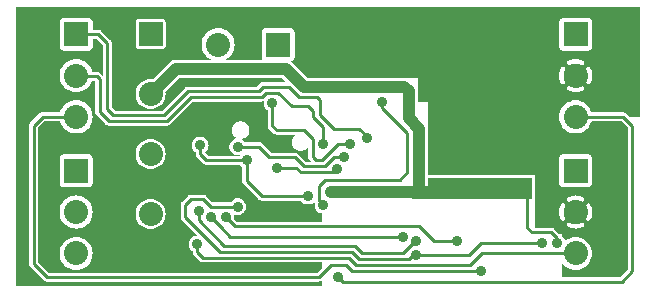
<source format=gbr>
G04 start of page 3 for group 1 idx 1 *
G04 Title: (unknown), solder *
G04 Creator: pcb 20110918 *
G04 CreationDate: Sun 01 Jun 2014 04:29:41 PM GMT UTC *
G04 For: ndholmes *
G04 Format: Gerber/RS-274X *
G04 PCB-Dimensions: 210000 95000 *
G04 PCB-Coordinate-Origin: lower left *
%MOIN*%
%FSLAX25Y25*%
%LNBOTTOM*%
%ADD41C,0.0390*%
%ADD40C,0.0480*%
%ADD39C,0.0270*%
%ADD38C,0.0472*%
%ADD37C,0.0200*%
%ADD36C,0.0360*%
%ADD35C,0.0800*%
%ADD34C,0.0400*%
%ADD33C,0.0100*%
%ADD32C,0.0001*%
G54D32*G36*
X46000Y94000D02*X138000D01*
Y70500D01*
X130618D01*
X130500Y70509D01*
X130382Y70500D01*
X98243D01*
X93204Y75538D01*
X93128Y75628D01*
X92769Y75935D01*
X92640Y76014D01*
X92735Y76014D01*
X92965Y76069D01*
X93183Y76159D01*
X93384Y76283D01*
X93564Y76436D01*
X93717Y76616D01*
X93841Y76817D01*
X93931Y77035D01*
X93986Y77265D01*
X94000Y77500D01*
X93986Y85735D01*
X93931Y85965D01*
X93841Y86183D01*
X93717Y86384D01*
X93564Y86564D01*
X93384Y86717D01*
X93183Y86841D01*
X92965Y86931D01*
X92735Y86986D01*
X92500Y87000D01*
X84265Y86986D01*
X84035Y86931D01*
X83817Y86841D01*
X83616Y86717D01*
X83436Y86564D01*
X83283Y86384D01*
X83159Y86183D01*
X83069Y85965D01*
X83014Y85735D01*
X83000Y85500D01*
X83014Y77265D01*
X83069Y77035D01*
X83159Y76817D01*
X83283Y76616D01*
X83381Y76500D01*
X70801D01*
X71005Y76584D01*
X71743Y77037D01*
X72401Y77599D01*
X72963Y78257D01*
X73416Y78995D01*
X73747Y79795D01*
X73949Y80637D01*
X74000Y81500D01*
X73949Y82363D01*
X73747Y83205D01*
X73416Y84005D01*
X72963Y84743D01*
X72401Y85401D01*
X71743Y85963D01*
X71005Y86416D01*
X70205Y86747D01*
X69363Y86949D01*
X68500Y87017D01*
X67637Y86949D01*
X66795Y86747D01*
X65995Y86416D01*
X65257Y85963D01*
X64599Y85401D01*
X64037Y84743D01*
X63584Y84005D01*
X63253Y83205D01*
X63051Y82363D01*
X62983Y81500D01*
X63051Y80637D01*
X63253Y79795D01*
X63584Y78995D01*
X64037Y78257D01*
X64599Y77599D01*
X65257Y77037D01*
X65995Y76584D01*
X66199Y76500D01*
X54618D01*
X54500Y76509D01*
X54029Y76472D01*
X53570Y76362D01*
X53134Y76181D01*
X52731Y75935D01*
X52731Y75934D01*
X52372Y75628D01*
X52296Y75538D01*
X47257Y70500D01*
X46000D01*
Y80005D01*
X50157Y80009D01*
X50310Y80046D01*
X50455Y80106D01*
X50590Y80188D01*
X50709Y80291D01*
X50812Y80410D01*
X50894Y80545D01*
X50954Y80690D01*
X50991Y80843D01*
X51000Y81000D01*
X50991Y89157D01*
X50954Y89310D01*
X50894Y89455D01*
X50812Y89590D01*
X50709Y89709D01*
X50590Y89812D01*
X50455Y89894D01*
X50310Y89954D01*
X50157Y89991D01*
X50000Y90000D01*
X46000Y89995D01*
Y94000D01*
G37*
G36*
X33000D02*X46000D01*
Y89995D01*
X41843Y89991D01*
X41690Y89954D01*
X41545Y89894D01*
X41410Y89812D01*
X41291Y89709D01*
X41188Y89590D01*
X41106Y89455D01*
X41046Y89310D01*
X41009Y89157D01*
X41000Y89000D01*
X41009Y80843D01*
X41046Y80690D01*
X41106Y80545D01*
X41188Y80410D01*
X41291Y80291D01*
X41410Y80188D01*
X41545Y80106D01*
X41690Y80046D01*
X41843Y80009D01*
X42000Y80000D01*
X46000Y80005D01*
Y70500D01*
X33000D01*
Y81941D01*
X33005Y82000D01*
X33000Y82059D01*
Y94000D01*
G37*
G36*
X21173Y79452D02*X25408Y79459D01*
X25638Y79514D01*
X25856Y79604D01*
X26057Y79728D01*
X26237Y79881D01*
X26390Y80061D01*
X26514Y80262D01*
X26604Y80480D01*
X26659Y80710D01*
X26673Y80945D01*
X26669Y83500D01*
X27879D01*
X30000Y81379D01*
Y71121D01*
X29102Y72019D01*
X29064Y72064D01*
X28884Y72217D01*
X28683Y72341D01*
X28465Y72431D01*
X28235Y72486D01*
X28000Y72505D01*
X27941Y72500D01*
X26509D01*
X26420Y72870D01*
X26089Y73670D01*
X25636Y74408D01*
X25074Y75066D01*
X24416Y75628D01*
X23678Y76081D01*
X22878Y76412D01*
X22036Y76614D01*
X21173Y76682D01*
Y79452D01*
G37*
G36*
X46000Y59985D02*X46785Y60046D01*
X47550Y60230D01*
X48277Y60531D01*
X48948Y60942D01*
X49546Y61454D01*
X50058Y62052D01*
X50469Y62723D01*
X50770Y63450D01*
X50954Y64215D01*
X51000Y65000D01*
X50958Y65715D01*
X55743Y70500D01*
X89757D01*
X91257Y69000D01*
X83559D01*
X83500Y69005D01*
X83265Y68986D01*
X83035Y68931D01*
X82817Y68841D01*
X82616Y68717D01*
X82615Y68717D01*
X82436Y68564D01*
X82398Y68519D01*
X81379Y67500D01*
X58559D01*
X58500Y67505D01*
X58265Y67486D01*
X58035Y67431D01*
X57817Y67341D01*
X57616Y67217D01*
X57615Y67217D01*
X57436Y67064D01*
X57398Y67019D01*
X49879Y59500D01*
X46000D01*
Y59985D01*
G37*
G36*
Y94000D02*X103000D01*
Y70500D01*
X98243D01*
X93204Y75538D01*
X93128Y75628D01*
X92769Y75935D01*
X92640Y76014D01*
X92735Y76014D01*
X92965Y76069D01*
X93183Y76159D01*
X93384Y76283D01*
X93564Y76436D01*
X93717Y76616D01*
X93841Y76817D01*
X93931Y77035D01*
X93986Y77265D01*
X94000Y77500D01*
X93986Y85735D01*
X93931Y85965D01*
X93841Y86183D01*
X93717Y86384D01*
X93564Y86564D01*
X93384Y86717D01*
X93183Y86841D01*
X92965Y86931D01*
X92735Y86986D01*
X92500Y87000D01*
X84265Y86986D01*
X84035Y86931D01*
X83817Y86841D01*
X83616Y86717D01*
X83436Y86564D01*
X83283Y86384D01*
X83159Y86183D01*
X83069Y85965D01*
X83014Y85735D01*
X83000Y85500D01*
X83014Y77265D01*
X83069Y77035D01*
X83159Y76817D01*
X83283Y76616D01*
X83381Y76500D01*
X70801D01*
X71005Y76584D01*
X71743Y77037D01*
X72401Y77599D01*
X72963Y78257D01*
X73416Y78995D01*
X73747Y79795D01*
X73949Y80637D01*
X74000Y81500D01*
X73949Y82363D01*
X73747Y83205D01*
X73416Y84005D01*
X72963Y84743D01*
X72401Y85401D01*
X71743Y85963D01*
X71005Y86416D01*
X70205Y86747D01*
X69363Y86949D01*
X68500Y87017D01*
X67637Y86949D01*
X66795Y86747D01*
X65995Y86416D01*
X65257Y85963D01*
X64599Y85401D01*
X64037Y84743D01*
X63584Y84005D01*
X63253Y83205D01*
X63051Y82363D01*
X62983Y81500D01*
X63051Y80637D01*
X63253Y79795D01*
X63584Y78995D01*
X64037Y78257D01*
X64599Y77599D01*
X65257Y77037D01*
X65995Y76584D01*
X66199Y76500D01*
X54618D01*
X54500Y76509D01*
X54029Y76472D01*
X53570Y76362D01*
X53134Y76181D01*
X52731Y75935D01*
X52731Y75934D01*
X52372Y75628D01*
X52296Y75538D01*
X46716Y69959D01*
X46000Y70015D01*
Y80005D01*
X50157Y80009D01*
X50310Y80046D01*
X50455Y80106D01*
X50590Y80188D01*
X50709Y80291D01*
X50812Y80410D01*
X50894Y80545D01*
X50954Y80690D01*
X50991Y80843D01*
X51000Y81000D01*
X50991Y89157D01*
X50954Y89310D01*
X50894Y89455D01*
X50812Y89590D01*
X50709Y89709D01*
X50590Y89812D01*
X50455Y89894D01*
X50310Y89954D01*
X50157Y89991D01*
X50000Y90000D01*
X46000Y89995D01*
Y94000D01*
G37*
G36*
X21173D02*X46000D01*
Y89995D01*
X41843Y89991D01*
X41690Y89954D01*
X41545Y89894D01*
X41410Y89812D01*
X41291Y89709D01*
X41188Y89590D01*
X41106Y89455D01*
X41046Y89310D01*
X41009Y89157D01*
X41000Y89000D01*
X41009Y80843D01*
X41046Y80690D01*
X41106Y80545D01*
X41188Y80410D01*
X41291Y80291D01*
X41410Y80188D01*
X41545Y80106D01*
X41690Y80046D01*
X41843Y80009D01*
X42000Y80000D01*
X46000Y80005D01*
Y70015D01*
X45215Y69954D01*
X44450Y69770D01*
X43723Y69469D01*
X43052Y69058D01*
X42454Y68546D01*
X41942Y67948D01*
X41531Y67277D01*
X41230Y66550D01*
X41046Y65785D01*
X40985Y65000D01*
X41046Y64215D01*
X41230Y63450D01*
X41531Y62723D01*
X41942Y62052D01*
X42454Y61454D01*
X43052Y60942D01*
X43723Y60531D01*
X44450Y60230D01*
X45215Y60046D01*
X46000Y59985D01*
Y59500D01*
X34121D01*
X33000Y60621D01*
Y81941D01*
X33005Y82000D01*
X32986Y82235D01*
X32986Y82235D01*
X32931Y82465D01*
X32841Y82683D01*
X32717Y82884D01*
X32564Y83064D01*
X32519Y83102D01*
X29602Y86019D01*
X29564Y86064D01*
X29384Y86217D01*
X29183Y86341D01*
X28965Y86431D01*
X28735Y86486D01*
X28500Y86505D01*
X28441Y86500D01*
X26664D01*
X26659Y89180D01*
X26604Y89410D01*
X26514Y89628D01*
X26390Y89829D01*
X26237Y90009D01*
X26057Y90162D01*
X25856Y90286D01*
X25638Y90376D01*
X25408Y90431D01*
X25173Y90445D01*
X21173Y90438D01*
Y94000D01*
G37*
G36*
Y2500D02*X101941D01*
X102000Y2495D01*
X102235Y2514D01*
X102235Y2514D01*
X102465Y2569D01*
X102683Y2659D01*
X102884Y2783D01*
X103000Y2881D01*
Y1000D01*
X21173D01*
Y2500D01*
G37*
G36*
X75635Y44500D02*X65121D01*
X64000Y45621D01*
Y45635D01*
X64151Y45728D01*
X64486Y46014D01*
X64772Y46349D01*
X65003Y46725D01*
X65171Y47132D01*
X65274Y47561D01*
X65300Y48000D01*
X65274Y48439D01*
X65171Y48868D01*
X65003Y49275D01*
X64772Y49651D01*
X64486Y49986D01*
X64151Y50272D01*
X63775Y50503D01*
X63368Y50671D01*
X62939Y50774D01*
X62500Y50809D01*
X62061Y50774D01*
X61632Y50671D01*
X61225Y50503D01*
X60849Y50272D01*
X60514Y49986D01*
X60228Y49651D01*
X59997Y49275D01*
X59829Y48868D01*
X59726Y48439D01*
X59691Y48000D01*
X59726Y47561D01*
X59829Y47132D01*
X59997Y46725D01*
X60228Y46349D01*
X60514Y46014D01*
X60849Y45728D01*
X61000Y45635D01*
Y45059D01*
X60995Y45000D01*
X61014Y44765D01*
X61069Y44535D01*
X61159Y44317D01*
X61283Y44116D01*
X61436Y43936D01*
X61481Y43898D01*
X63398Y41981D01*
X63436Y41936D01*
X63615Y41783D01*
X63616Y41783D01*
X63817Y41659D01*
X64035Y41569D01*
X64265Y41514D01*
X64500Y41495D01*
X64559Y41500D01*
X75635D01*
X75728Y41349D01*
X76014Y41014D01*
X76349Y40728D01*
X76500Y40635D01*
Y36059D01*
X76495Y36000D01*
X76514Y35765D01*
X76569Y35535D01*
X76659Y35317D01*
X76783Y35116D01*
X76936Y34936D01*
X76981Y34898D01*
X81898Y29981D01*
X81936Y29936D01*
X82116Y29783D01*
X82317Y29659D01*
X82535Y29569D01*
X82765Y29514D01*
X83000Y29495D01*
X83059Y29500D01*
X96135D01*
X96228Y29349D01*
X96514Y29014D01*
X96849Y28728D01*
X97225Y28497D01*
X97632Y28329D01*
X98061Y28226D01*
X98500Y28191D01*
X98939Y28226D01*
X99368Y28329D01*
X99775Y28497D01*
X100151Y28728D01*
X100486Y29014D01*
X100555Y29094D01*
X100569Y29035D01*
X100659Y28817D01*
X100772Y28633D01*
X100726Y28439D01*
X100691Y28000D01*
X100726Y27561D01*
X100829Y27132D01*
X100997Y26725D01*
X101228Y26349D01*
X101514Y26014D01*
X101849Y25728D01*
X102225Y25497D01*
X102632Y25329D01*
X103000Y25240D01*
Y22500D01*
X80000D01*
X80000Y22500D01*
X74621D01*
X73733Y23389D01*
X73774Y23561D01*
X73800Y24000D01*
X73774Y24439D01*
X73671Y24868D01*
X73581Y25086D01*
X73725Y24997D01*
X74132Y24829D01*
X74561Y24726D01*
X75000Y24691D01*
X75439Y24726D01*
X75868Y24829D01*
X76275Y24997D01*
X76651Y25228D01*
X76986Y25514D01*
X77272Y25849D01*
X77503Y26225D01*
X77671Y26632D01*
X77774Y27061D01*
X77800Y27500D01*
X77774Y27939D01*
X77671Y28368D01*
X77503Y28775D01*
X77272Y29151D01*
X76986Y29486D01*
X76651Y29772D01*
X76275Y30003D01*
X75868Y30171D01*
X75439Y30274D01*
X75000Y30309D01*
X74561Y30274D01*
X74132Y30171D01*
X73725Y30003D01*
X73349Y29772D01*
X73014Y29486D01*
X72728Y29151D01*
X72635Y29000D01*
X66621D01*
X64602Y31019D01*
X64564Y31064D01*
X64384Y31217D01*
X64183Y31341D01*
X63965Y31431D01*
X63735Y31486D01*
X63500Y31505D01*
X63441Y31500D01*
X59559D01*
X59500Y31505D01*
X59265Y31486D01*
X59035Y31431D01*
X58817Y31341D01*
X58616Y31217D01*
X58615Y31217D01*
X58436Y31064D01*
X58398Y31019D01*
X56481Y29102D01*
X56436Y29064D01*
X56283Y28884D01*
X56159Y28683D01*
X56069Y28465D01*
X56014Y28235D01*
X56014Y28235D01*
X55995Y28000D01*
X56000Y27941D01*
Y24059D01*
X55995Y24000D01*
X56014Y23765D01*
X56069Y23535D01*
X56159Y23317D01*
X56283Y23116D01*
X56283Y23115D01*
X56436Y22936D01*
X56481Y22898D01*
X61576Y17803D01*
X61500Y17809D01*
X61061Y17774D01*
X60632Y17671D01*
X60225Y17503D01*
X59849Y17272D01*
X59514Y16986D01*
X59228Y16651D01*
X58997Y16275D01*
X58829Y15868D01*
X58726Y15439D01*
X58691Y15000D01*
X58726Y14561D01*
X58829Y14132D01*
X58997Y13725D01*
X59228Y13349D01*
X59514Y13014D01*
X59849Y12728D01*
X60000Y12635D01*
Y12559D01*
X59995Y12500D01*
X60014Y12265D01*
X60069Y12035D01*
X60159Y11817D01*
X60283Y11616D01*
X60436Y11436D01*
X60481Y11398D01*
X62398Y9481D01*
X62436Y9436D01*
X62616Y9283D01*
X62817Y9159D01*
X63035Y9069D01*
X63265Y9014D01*
X63500Y8995D01*
X63559Y9000D01*
X103000D01*
Y7121D01*
X101379Y5500D01*
X45992D01*
Y19985D01*
X46000Y19985D01*
X46785Y20046D01*
X47550Y20230D01*
X48277Y20531D01*
X48948Y20942D01*
X49546Y21454D01*
X50058Y22052D01*
X50469Y22723D01*
X50770Y23450D01*
X50954Y24215D01*
X51000Y25000D01*
X50954Y25785D01*
X50770Y26550D01*
X50469Y27277D01*
X50058Y27948D01*
X49546Y28546D01*
X48948Y29058D01*
X48277Y29469D01*
X47550Y29770D01*
X46785Y29954D01*
X46000Y30015D01*
X45992Y30015D01*
Y39985D01*
X46000Y39985D01*
X46785Y40046D01*
X47550Y40230D01*
X48277Y40531D01*
X48948Y40942D01*
X49546Y41454D01*
X50058Y42052D01*
X50469Y42723D01*
X50770Y43450D01*
X50954Y44215D01*
X51000Y45000D01*
X50954Y45785D01*
X50770Y46550D01*
X50469Y47277D01*
X50058Y47948D01*
X49546Y48546D01*
X48948Y49058D01*
X48277Y49469D01*
X47550Y49770D01*
X46785Y49954D01*
X46000Y50015D01*
X45992Y50015D01*
Y54500D01*
X51441D01*
X51500Y54495D01*
X51735Y54514D01*
X51735Y54514D01*
X51965Y54569D01*
X52183Y54659D01*
X52384Y54783D01*
X52564Y54936D01*
X52602Y54981D01*
X60121Y62500D01*
X82941D01*
X83000Y62495D01*
X83235Y62514D01*
X83235Y62514D01*
X83465Y62569D01*
X83683Y62659D01*
X83795Y62728D01*
X83726Y62439D01*
X83691Y62000D01*
X83726Y61561D01*
X83829Y61132D01*
X83997Y60725D01*
X84228Y60349D01*
X84514Y60014D01*
X84849Y59728D01*
X85000Y59635D01*
Y54559D01*
X84995Y54500D01*
X85014Y54265D01*
X85069Y54035D01*
X85159Y53817D01*
X85283Y53616D01*
X85283Y53615D01*
X85436Y53436D01*
X85481Y53398D01*
X86898Y51981D01*
X86936Y51936D01*
X87115Y51783D01*
X87116Y51783D01*
X87317Y51659D01*
X87535Y51569D01*
X87765Y51514D01*
X88000Y51495D01*
X88059Y51500D01*
X94434D01*
X94261Y51394D01*
X93908Y51092D01*
X93606Y50739D01*
X93363Y50343D01*
X93186Y49914D01*
X93077Y49463D01*
X93041Y49000D01*
X93077Y48537D01*
X93186Y48086D01*
X93363Y47657D01*
X93606Y47261D01*
X93908Y46908D01*
X94261Y46606D01*
X94657Y46363D01*
X95086Y46186D01*
X95537Y46077D01*
X96000Y46041D01*
X96463Y46077D01*
X96914Y46186D01*
X97343Y46363D01*
X97739Y46606D01*
X98092Y46908D01*
X98394Y47261D01*
X98500Y47434D01*
Y44059D01*
X98495Y44000D01*
X98514Y43765D01*
X98569Y43535D01*
X98659Y43317D01*
X98783Y43116D01*
X98936Y42936D01*
X98981Y42898D01*
X99379Y42500D01*
X97621D01*
X95102Y45019D01*
X95064Y45064D01*
X94884Y45217D01*
X94683Y45341D01*
X94465Y45431D01*
X94235Y45486D01*
X94000Y45505D01*
X93941Y45500D01*
X87000D01*
X87000Y45500D01*
X86121D01*
X83102Y48519D01*
X83064Y48564D01*
X82884Y48717D01*
X82683Y48841D01*
X82465Y48931D01*
X82235Y48986D01*
X82235Y48986D01*
X82000Y49005D01*
X81941Y49000D01*
X77365D01*
X77272Y49151D01*
X76986Y49486D01*
X76651Y49772D01*
X76275Y50003D01*
X76153Y50053D01*
X76463Y50077D01*
X76914Y50186D01*
X77343Y50363D01*
X77739Y50606D01*
X78092Y50908D01*
X78394Y51261D01*
X78637Y51657D01*
X78814Y52086D01*
X78923Y52537D01*
X78950Y53000D01*
X78923Y53463D01*
X78814Y53914D01*
X78637Y54343D01*
X78394Y54739D01*
X78092Y55092D01*
X77739Y55394D01*
X77343Y55637D01*
X76914Y55814D01*
X76463Y55923D01*
X76000Y55959D01*
X75537Y55923D01*
X75086Y55814D01*
X74657Y55637D01*
X74261Y55394D01*
X73908Y55092D01*
X73606Y54739D01*
X73363Y54343D01*
X73186Y53914D01*
X73077Y53463D01*
X73041Y53000D01*
X73077Y52537D01*
X73186Y52086D01*
X73363Y51657D01*
X73606Y51261D01*
X73908Y50908D01*
X74261Y50606D01*
X74657Y50363D01*
X74823Y50295D01*
X74561Y50274D01*
X74132Y50171D01*
X73725Y50003D01*
X73349Y49772D01*
X73014Y49486D01*
X72728Y49151D01*
X72497Y48775D01*
X72329Y48368D01*
X72226Y47939D01*
X72191Y47500D01*
X72226Y47061D01*
X72329Y46632D01*
X72497Y46225D01*
X72728Y45849D01*
X73014Y45514D01*
X73349Y45228D01*
X73725Y44997D01*
X74132Y44829D01*
X74561Y44726D01*
X75000Y44691D01*
X75439Y44726D01*
X75868Y44829D01*
X75886Y44836D01*
X75728Y44651D01*
X75635Y44500D01*
G37*
G36*
X45992Y5500D02*X21173D01*
Y6369D01*
X22036Y6437D01*
X22878Y6639D01*
X23678Y6970D01*
X24416Y7423D01*
X25074Y7985D01*
X25636Y8643D01*
X26089Y9381D01*
X26420Y10181D01*
X26622Y11023D01*
X26673Y11886D01*
X26622Y12749D01*
X26420Y13591D01*
X26089Y14391D01*
X25636Y15129D01*
X25074Y15787D01*
X24416Y16349D01*
X23678Y16802D01*
X22878Y17133D01*
X22036Y17335D01*
X21173Y17403D01*
Y20148D01*
X22036Y20216D01*
X22878Y20418D01*
X23678Y20749D01*
X24416Y21202D01*
X25074Y21764D01*
X25636Y22422D01*
X26089Y23160D01*
X26420Y23960D01*
X26622Y24802D01*
X26673Y25665D01*
X26622Y26528D01*
X26420Y27370D01*
X26089Y28170D01*
X25636Y28908D01*
X25074Y29566D01*
X24416Y30128D01*
X23678Y30581D01*
X22878Y30912D01*
X22036Y31114D01*
X21173Y31182D01*
Y33952D01*
X25408Y33959D01*
X25638Y34014D01*
X25856Y34104D01*
X26057Y34228D01*
X26237Y34381D01*
X26390Y34561D01*
X26514Y34762D01*
X26604Y34980D01*
X26659Y35210D01*
X26673Y35445D01*
X26659Y43680D01*
X26604Y43910D01*
X26514Y44128D01*
X26390Y44329D01*
X26237Y44509D01*
X26057Y44662D01*
X25856Y44786D01*
X25638Y44876D01*
X25408Y44931D01*
X25173Y44945D01*
X21173Y44938D01*
Y51869D01*
X22036Y51937D01*
X22878Y52139D01*
X23678Y52470D01*
X24416Y52923D01*
X25074Y53485D01*
X25636Y54143D01*
X26089Y54881D01*
X26420Y55681D01*
X26622Y56523D01*
X26673Y57386D01*
X26622Y58249D01*
X26420Y59091D01*
X26089Y59891D01*
X25636Y60629D01*
X25074Y61287D01*
X24416Y61849D01*
X23678Y62302D01*
X22878Y62633D01*
X22036Y62835D01*
X21173Y62903D01*
Y65648D01*
X22036Y65716D01*
X22878Y65918D01*
X23678Y66249D01*
X24416Y66702D01*
X25074Y67264D01*
X25636Y67922D01*
X26089Y68660D01*
X26420Y69460D01*
X26430Y69500D01*
X27379D01*
X27500Y69379D01*
Y59059D01*
X27495Y59000D01*
X27514Y58765D01*
X27569Y58535D01*
X27659Y58317D01*
X27783Y58116D01*
X27936Y57936D01*
X27981Y57898D01*
X30898Y54981D01*
X30936Y54936D01*
X31115Y54783D01*
X31116Y54783D01*
X31317Y54659D01*
X31535Y54569D01*
X31765Y54514D01*
X32000Y54495D01*
X32059Y54500D01*
X45992D01*
Y50015D01*
X45215Y49954D01*
X44450Y49770D01*
X43723Y49469D01*
X43052Y49058D01*
X42454Y48546D01*
X41942Y47948D01*
X41531Y47277D01*
X41230Y46550D01*
X41046Y45785D01*
X40985Y45000D01*
X41046Y44215D01*
X41230Y43450D01*
X41531Y42723D01*
X41942Y42052D01*
X42454Y41454D01*
X43052Y40942D01*
X43723Y40531D01*
X44450Y40230D01*
X45215Y40046D01*
X45992Y39985D01*
Y30015D01*
X45215Y29954D01*
X44450Y29770D01*
X43723Y29469D01*
X43052Y29058D01*
X42454Y28546D01*
X41942Y27948D01*
X41531Y27277D01*
X41230Y26550D01*
X41046Y25785D01*
X40985Y25000D01*
X41046Y24215D01*
X41230Y23450D01*
X41531Y22723D01*
X41942Y22052D01*
X42454Y21454D01*
X43052Y20942D01*
X43723Y20531D01*
X44450Y20230D01*
X45215Y20046D01*
X45992Y19985D01*
Y5500D01*
G37*
G36*
X21173Y62903D02*X20310Y62835D01*
X19468Y62633D01*
X18668Y62302D01*
X17930Y61849D01*
X17272Y61287D01*
X16710Y60629D01*
X16257Y59891D01*
X15926Y59091D01*
X15904Y59000D01*
X10059D01*
X10000Y59005D01*
X9765Y58986D01*
X9535Y58931D01*
X9317Y58841D01*
X9116Y58717D01*
X9115Y58717D01*
X8936Y58564D01*
X8898Y58519D01*
X5981Y55602D01*
X5936Y55564D01*
X5783Y55384D01*
X5659Y55183D01*
X5569Y54965D01*
X5514Y54735D01*
X5514Y54735D01*
X5495Y54500D01*
X5500Y54441D01*
Y8559D01*
X5495Y8500D01*
X5514Y8265D01*
X5569Y8035D01*
X5659Y7817D01*
X5783Y7616D01*
X5936Y7436D01*
X5981Y7398D01*
X10398Y2981D01*
X10436Y2936D01*
X10615Y2783D01*
X10616Y2783D01*
X10817Y2659D01*
X11035Y2569D01*
X11265Y2514D01*
X11500Y2495D01*
X11559Y2500D01*
X21173D01*
Y1000D01*
X1000D01*
Y94000D01*
X21173D01*
Y90438D01*
X16938Y90431D01*
X16708Y90376D01*
X16490Y90286D01*
X16289Y90162D01*
X16109Y90009D01*
X15956Y89829D01*
X15832Y89628D01*
X15742Y89410D01*
X15687Y89180D01*
X15673Y88945D01*
X15687Y80710D01*
X15742Y80480D01*
X15832Y80262D01*
X15956Y80061D01*
X16109Y79881D01*
X16289Y79728D01*
X16490Y79604D01*
X16708Y79514D01*
X16938Y79459D01*
X17173Y79445D01*
X21173Y79452D01*
Y76682D01*
X20310Y76614D01*
X19468Y76412D01*
X18668Y76081D01*
X17930Y75628D01*
X17272Y75066D01*
X16710Y74408D01*
X16257Y73670D01*
X15926Y72870D01*
X15724Y72028D01*
X15656Y71165D01*
X15724Y70302D01*
X15926Y69460D01*
X16257Y68660D01*
X16710Y67922D01*
X17272Y67264D01*
X17930Y66702D01*
X18668Y66249D01*
X19468Y65918D01*
X20310Y65716D01*
X21173Y65648D01*
Y62903D01*
G37*
G36*
Y5500D02*X12121D01*
X8500Y9121D01*
Y53879D01*
X10621Y56000D01*
X15850D01*
X15926Y55681D01*
X16257Y54881D01*
X16710Y54143D01*
X17272Y53485D01*
X17930Y52923D01*
X18668Y52470D01*
X19468Y52139D01*
X20310Y51937D01*
X21173Y51869D01*
Y44938D01*
X16938Y44931D01*
X16708Y44876D01*
X16490Y44786D01*
X16289Y44662D01*
X16109Y44509D01*
X15956Y44329D01*
X15832Y44128D01*
X15742Y43910D01*
X15687Y43680D01*
X15673Y43445D01*
X15687Y35210D01*
X15742Y34980D01*
X15832Y34762D01*
X15956Y34561D01*
X16109Y34381D01*
X16289Y34228D01*
X16490Y34104D01*
X16708Y34014D01*
X16938Y33959D01*
X17173Y33945D01*
X21173Y33952D01*
Y31182D01*
X20310Y31114D01*
X19468Y30912D01*
X18668Y30581D01*
X17930Y30128D01*
X17272Y29566D01*
X16710Y28908D01*
X16257Y28170D01*
X15926Y27370D01*
X15724Y26528D01*
X15656Y25665D01*
X15724Y24802D01*
X15926Y23960D01*
X16257Y23160D01*
X16710Y22422D01*
X17272Y21764D01*
X17930Y21202D01*
X18668Y20749D01*
X19468Y20418D01*
X20310Y20216D01*
X21173Y20148D01*
Y17403D01*
X20310Y17335D01*
X19468Y17133D01*
X18668Y16802D01*
X17930Y16349D01*
X17272Y15787D01*
X16710Y15129D01*
X16257Y14391D01*
X15926Y13591D01*
X15724Y12749D01*
X15656Y11886D01*
X15724Y11023D01*
X15926Y10181D01*
X16257Y9381D01*
X16710Y8643D01*
X17272Y7985D01*
X17930Y7423D01*
X18668Y6970D01*
X19468Y6639D01*
X20310Y6437D01*
X21173Y6369D01*
Y5500D01*
G37*
G36*
X192166Y54191D02*X192589Y54881D01*
X192920Y55681D01*
X192969Y55886D01*
X201500D01*
Y18500D01*
X192166D01*
Y22810D01*
X192251Y22846D01*
X192352Y22908D01*
X192442Y22984D01*
X192518Y23074D01*
X192578Y23176D01*
X192795Y23645D01*
X192962Y24134D01*
X193082Y24637D01*
X193155Y25149D01*
X193179Y25665D01*
X193155Y26181D01*
X193082Y26693D01*
X192962Y27196D01*
X192795Y27685D01*
X192583Y28157D01*
X192522Y28258D01*
X192445Y28349D01*
X192355Y28426D01*
X192253Y28488D01*
X192166Y28525D01*
Y34025D01*
X192356Y34104D01*
X192557Y34228D01*
X192737Y34381D01*
X192890Y34561D01*
X193014Y34762D01*
X193104Y34980D01*
X193159Y35210D01*
X193173Y35445D01*
X193159Y43680D01*
X193104Y43910D01*
X193014Y44128D01*
X192890Y44329D01*
X192737Y44509D01*
X192557Y44662D01*
X192356Y44786D01*
X192166Y44865D01*
Y54191D01*
G37*
G36*
Y18500D02*X187673D01*
Y20159D01*
X188189Y20183D01*
X188701Y20256D01*
X189204Y20376D01*
X189693Y20543D01*
X190165Y20755D01*
X190266Y20816D01*
X190357Y20893D01*
X190434Y20983D01*
X190496Y21085D01*
X190542Y21194D01*
X190570Y21310D01*
X190579Y21428D01*
X190570Y21546D01*
X190543Y21662D01*
X190497Y21772D01*
X190435Y21873D01*
X190359Y21963D01*
X190268Y22041D01*
X190167Y22103D01*
X190058Y22149D01*
X189942Y22176D01*
X189824Y22186D01*
X189705Y22177D01*
X189590Y22149D01*
X189481Y22102D01*
X189141Y21944D01*
X188785Y21823D01*
X188420Y21735D01*
X188048Y21683D01*
X187673Y21665D01*
Y29665D01*
X188048Y29647D01*
X188420Y29595D01*
X188785Y29507D01*
X189141Y29386D01*
X189483Y29232D01*
X189591Y29185D01*
X189706Y29158D01*
X189824Y29148D01*
X189941Y29158D01*
X190056Y29186D01*
X190165Y29231D01*
X190266Y29293D01*
X190355Y29370D01*
X190432Y29460D01*
X190493Y29560D01*
X190538Y29669D01*
X190566Y29784D01*
X190575Y29902D01*
X190565Y30020D01*
X190538Y30134D01*
X190492Y30243D01*
X190430Y30344D01*
X190354Y30434D01*
X190264Y30510D01*
X190162Y30570D01*
X189693Y30787D01*
X189204Y30954D01*
X188701Y31074D01*
X188189Y31147D01*
X187673Y31171D01*
Y33952D01*
X191908Y33959D01*
X192138Y34014D01*
X192166Y34025D01*
Y28525D01*
X192144Y28534D01*
X192028Y28562D01*
X191910Y28571D01*
X191792Y28562D01*
X191676Y28535D01*
X191566Y28489D01*
X191465Y28427D01*
X191375Y28351D01*
X191297Y28260D01*
X191235Y28159D01*
X191189Y28050D01*
X191162Y27934D01*
X191152Y27816D01*
X191161Y27697D01*
X191189Y27582D01*
X191236Y27473D01*
X191394Y27133D01*
X191515Y26777D01*
X191603Y26412D01*
X191655Y26040D01*
X191673Y25665D01*
X191655Y25290D01*
X191603Y24918D01*
X191515Y24553D01*
X191394Y24197D01*
X191240Y23855D01*
X191193Y23747D01*
X191166Y23632D01*
X191156Y23514D01*
X191166Y23397D01*
X191194Y23282D01*
X191239Y23173D01*
X191301Y23072D01*
X191378Y22983D01*
X191468Y22906D01*
X191568Y22845D01*
X191677Y22800D01*
X191792Y22772D01*
X191910Y22763D01*
X192028Y22773D01*
X192142Y22800D01*
X192166Y22810D01*
Y18500D01*
G37*
G36*
X187673Y51869D02*X188536Y51937D01*
X189378Y52139D01*
X190178Y52470D01*
X190916Y52923D01*
X191574Y53485D01*
X192136Y54143D01*
X192166Y54191D01*
Y44865D01*
X192138Y44876D01*
X191908Y44931D01*
X191673Y44945D01*
X187673Y44938D01*
Y51869D01*
G37*
G36*
Y68000D02*X201500D01*
Y58886D01*
X192969D01*
X192920Y59091D01*
X192589Y59891D01*
X192136Y60629D01*
X191574Y61287D01*
X190916Y61849D01*
X190178Y62302D01*
X189378Y62633D01*
X188536Y62835D01*
X187673Y62903D01*
Y65659D01*
X188189Y65683D01*
X188701Y65756D01*
X189204Y65876D01*
X189693Y66043D01*
X190165Y66255D01*
X190266Y66316D01*
X190357Y66393D01*
X190434Y66483D01*
X190496Y66585D01*
X190542Y66694D01*
X190570Y66810D01*
X190579Y66928D01*
X190570Y67046D01*
X190543Y67162D01*
X190497Y67272D01*
X190435Y67373D01*
X190359Y67463D01*
X190268Y67541D01*
X190167Y67603D01*
X190058Y67649D01*
X189942Y67676D01*
X189824Y67686D01*
X189705Y67677D01*
X189590Y67649D01*
X189481Y67602D01*
X189141Y67444D01*
X188785Y67323D01*
X188420Y67235D01*
X188048Y67183D01*
X187673Y67165D01*
Y68000D01*
G37*
G36*
X183180Y34025D02*X183208Y34014D01*
X183438Y33959D01*
X183673Y33945D01*
X187673Y33952D01*
Y31171D01*
X187157Y31147D01*
X186645Y31074D01*
X186142Y30954D01*
X185653Y30787D01*
X185181Y30575D01*
X185080Y30514D01*
X184989Y30437D01*
X184912Y30347D01*
X184850Y30245D01*
X184804Y30136D01*
X184776Y30020D01*
X184767Y29902D01*
X184776Y29784D01*
X184803Y29668D01*
X184849Y29558D01*
X184911Y29457D01*
X184987Y29367D01*
X185078Y29289D01*
X185179Y29227D01*
X185288Y29181D01*
X185404Y29154D01*
X185522Y29144D01*
X185641Y29153D01*
X185756Y29181D01*
X185865Y29228D01*
X186205Y29386D01*
X186561Y29507D01*
X186926Y29595D01*
X187298Y29647D01*
X187673Y29665D01*
Y21665D01*
X187298Y21683D01*
X186926Y21735D01*
X186561Y21823D01*
X186205Y21944D01*
X185863Y22098D01*
X185755Y22145D01*
X185640Y22172D01*
X185522Y22182D01*
X185405Y22172D01*
X185290Y22144D01*
X185181Y22099D01*
X185080Y22037D01*
X184991Y21960D01*
X184914Y21870D01*
X184853Y21770D01*
X184808Y21661D01*
X184780Y21546D01*
X184771Y21428D01*
X184781Y21310D01*
X184808Y21196D01*
X184854Y21087D01*
X184916Y20986D01*
X184992Y20896D01*
X185082Y20820D01*
X185184Y20760D01*
X185653Y20543D01*
X186142Y20376D01*
X186645Y20256D01*
X187157Y20183D01*
X187673Y20159D01*
Y18500D01*
X183180D01*
Y22805D01*
X183202Y22796D01*
X183318Y22768D01*
X183436Y22759D01*
X183554Y22768D01*
X183670Y22795D01*
X183780Y22841D01*
X183881Y22903D01*
X183971Y22979D01*
X184049Y23070D01*
X184111Y23171D01*
X184157Y23280D01*
X184184Y23396D01*
X184194Y23514D01*
X184185Y23633D01*
X184157Y23748D01*
X184110Y23857D01*
X183952Y24197D01*
X183831Y24553D01*
X183743Y24918D01*
X183691Y25290D01*
X183673Y25665D01*
X183691Y26040D01*
X183743Y26412D01*
X183831Y26777D01*
X183952Y27133D01*
X184106Y27475D01*
X184153Y27583D01*
X184180Y27698D01*
X184190Y27816D01*
X184180Y27933D01*
X184152Y28048D01*
X184107Y28157D01*
X184045Y28258D01*
X183968Y28347D01*
X183878Y28424D01*
X183778Y28485D01*
X183669Y28530D01*
X183554Y28558D01*
X183436Y28567D01*
X183318Y28557D01*
X183204Y28530D01*
X183180Y28520D01*
Y34025D01*
G37*
G36*
Y54191D02*X183210Y54143D01*
X183772Y53485D01*
X184430Y52923D01*
X185168Y52470D01*
X185968Y52139D01*
X186810Y51937D01*
X187673Y51869D01*
Y44938D01*
X183438Y44931D01*
X183208Y44876D01*
X183180Y44865D01*
Y54191D01*
G37*
G36*
Y68000D02*X187673D01*
Y67165D01*
X187298Y67183D01*
X186926Y67235D01*
X186561Y67323D01*
X186205Y67444D01*
X185863Y67598D01*
X185755Y67645D01*
X185640Y67672D01*
X185522Y67682D01*
X185405Y67672D01*
X185290Y67644D01*
X185181Y67599D01*
X185080Y67537D01*
X184991Y67460D01*
X184914Y67370D01*
X184853Y67270D01*
X184808Y67161D01*
X184780Y67046D01*
X184771Y66928D01*
X184781Y66810D01*
X184808Y66696D01*
X184854Y66587D01*
X184916Y66486D01*
X184992Y66396D01*
X185082Y66320D01*
X185184Y66260D01*
X185653Y66043D01*
X186142Y65876D01*
X186645Y65756D01*
X187157Y65683D01*
X187673Y65659D01*
Y62903D01*
X186810Y62835D01*
X185968Y62633D01*
X185168Y62302D01*
X184430Y61849D01*
X183772Y61287D01*
X183210Y60629D01*
X183180Y60581D01*
Y68000D01*
G37*
G36*
X174000D02*X183180D01*
Y60581D01*
X182757Y59891D01*
X182426Y59091D01*
X182224Y58249D01*
X182156Y57386D01*
X182224Y56523D01*
X182426Y55681D01*
X182757Y54881D01*
X183180Y54191D01*
Y44865D01*
X182990Y44786D01*
X182789Y44662D01*
X182609Y44509D01*
X182456Y44329D01*
X182332Y44128D01*
X182242Y43910D01*
X182187Y43680D01*
X182173Y43445D01*
X182187Y35210D01*
X182242Y34980D01*
X182332Y34762D01*
X182456Y34561D01*
X182609Y34381D01*
X182789Y34228D01*
X182990Y34104D01*
X183180Y34025D01*
Y28520D01*
X183095Y28484D01*
X182994Y28422D01*
X182904Y28346D01*
X182828Y28256D01*
X182768Y28154D01*
X182551Y27685D01*
X182384Y27196D01*
X182264Y26693D01*
X182191Y26181D01*
X182167Y25665D01*
X182191Y25149D01*
X182264Y24637D01*
X182384Y24134D01*
X182551Y23645D01*
X182763Y23173D01*
X182824Y23072D01*
X182901Y22981D01*
X182991Y22904D01*
X183093Y22842D01*
X183180Y22805D01*
Y18500D01*
X182121D01*
X180602Y20019D01*
X180564Y20064D01*
X180384Y20217D01*
X180183Y20341D01*
X179965Y20431D01*
X179735Y20486D01*
X179500Y20505D01*
X179441Y20500D01*
X174000D01*
Y68000D01*
G37*
G36*
X138500Y75000D02*X181000D01*
Y38000D01*
X138500D01*
Y53382D01*
X138509Y53500D01*
X138500Y53618D01*
Y75000D01*
G37*
G36*
X192166Y94000D02*X201500D01*
Y62500D01*
X192166D01*
Y68310D01*
X192251Y68346D01*
X192352Y68408D01*
X192442Y68484D01*
X192518Y68574D01*
X192578Y68676D01*
X192795Y69145D01*
X192962Y69634D01*
X193082Y70137D01*
X193155Y70649D01*
X193179Y71165D01*
X193155Y71681D01*
X193082Y72193D01*
X192962Y72696D01*
X192795Y73185D01*
X192583Y73657D01*
X192522Y73758D01*
X192445Y73849D01*
X192355Y73926D01*
X192253Y73988D01*
X192166Y74025D01*
Y79525D01*
X192356Y79604D01*
X192557Y79728D01*
X192737Y79881D01*
X192890Y80061D01*
X193014Y80262D01*
X193104Y80480D01*
X193159Y80710D01*
X193173Y80945D01*
X193159Y89180D01*
X193104Y89410D01*
X193014Y89628D01*
X192890Y89829D01*
X192737Y90009D01*
X192557Y90162D01*
X192356Y90286D01*
X192166Y90365D01*
Y94000D01*
G37*
G36*
Y62500D02*X189699D01*
X189378Y62633D01*
X188536Y62835D01*
X187673Y62903D01*
Y65659D01*
X188189Y65683D01*
X188701Y65756D01*
X189204Y65876D01*
X189693Y66043D01*
X190165Y66255D01*
X190266Y66316D01*
X190357Y66393D01*
X190434Y66483D01*
X190496Y66585D01*
X190542Y66694D01*
X190570Y66810D01*
X190579Y66928D01*
X190570Y67046D01*
X190543Y67162D01*
X190497Y67272D01*
X190435Y67373D01*
X190359Y67463D01*
X190268Y67541D01*
X190167Y67603D01*
X190058Y67649D01*
X189942Y67676D01*
X189824Y67686D01*
X189705Y67677D01*
X189590Y67649D01*
X189481Y67602D01*
X189141Y67444D01*
X188785Y67323D01*
X188420Y67235D01*
X188048Y67183D01*
X187673Y67165D01*
Y75165D01*
X188048Y75147D01*
X188420Y75095D01*
X188785Y75007D01*
X189141Y74886D01*
X189483Y74732D01*
X189591Y74685D01*
X189706Y74658D01*
X189824Y74648D01*
X189941Y74658D01*
X190056Y74686D01*
X190165Y74731D01*
X190266Y74793D01*
X190355Y74870D01*
X190432Y74960D01*
X190493Y75060D01*
X190538Y75169D01*
X190566Y75284D01*
X190575Y75402D01*
X190565Y75520D01*
X190538Y75634D01*
X190492Y75743D01*
X190430Y75844D01*
X190354Y75934D01*
X190264Y76010D01*
X190162Y76070D01*
X189693Y76287D01*
X189204Y76454D01*
X188701Y76574D01*
X188189Y76647D01*
X187673Y76671D01*
Y79452D01*
X191908Y79459D01*
X192138Y79514D01*
X192166Y79525D01*
Y74025D01*
X192144Y74034D01*
X192028Y74062D01*
X191910Y74071D01*
X191792Y74062D01*
X191676Y74035D01*
X191566Y73989D01*
X191465Y73927D01*
X191375Y73851D01*
X191297Y73760D01*
X191235Y73659D01*
X191189Y73550D01*
X191162Y73434D01*
X191152Y73316D01*
X191161Y73197D01*
X191189Y73082D01*
X191236Y72973D01*
X191394Y72633D01*
X191515Y72277D01*
X191603Y71912D01*
X191655Y71540D01*
X191673Y71165D01*
X191655Y70790D01*
X191603Y70418D01*
X191515Y70053D01*
X191394Y69697D01*
X191240Y69355D01*
X191193Y69247D01*
X191166Y69132D01*
X191156Y69014D01*
X191166Y68897D01*
X191194Y68782D01*
X191239Y68673D01*
X191301Y68572D01*
X191378Y68483D01*
X191468Y68406D01*
X191568Y68345D01*
X191677Y68300D01*
X191792Y68272D01*
X191910Y68263D01*
X192028Y68273D01*
X192142Y68300D01*
X192166Y68310D01*
Y62500D01*
G37*
G36*
X187673Y94000D02*X192166D01*
Y90365D01*
X192138Y90376D01*
X191908Y90431D01*
X191673Y90445D01*
X187673Y90438D01*
Y94000D01*
G37*
G36*
X183180Y79525D02*X183208Y79514D01*
X183438Y79459D01*
X183673Y79445D01*
X187673Y79452D01*
Y76671D01*
X187157Y76647D01*
X186645Y76574D01*
X186142Y76454D01*
X185653Y76287D01*
X185181Y76075D01*
X185080Y76014D01*
X184989Y75937D01*
X184912Y75847D01*
X184850Y75745D01*
X184804Y75636D01*
X184776Y75520D01*
X184767Y75402D01*
X184776Y75284D01*
X184803Y75168D01*
X184849Y75058D01*
X184911Y74957D01*
X184987Y74867D01*
X185078Y74789D01*
X185179Y74727D01*
X185288Y74681D01*
X185404Y74654D01*
X185522Y74644D01*
X185641Y74653D01*
X185756Y74681D01*
X185865Y74728D01*
X186205Y74886D01*
X186561Y75007D01*
X186926Y75095D01*
X187298Y75147D01*
X187673Y75165D01*
Y67165D01*
X187298Y67183D01*
X186926Y67235D01*
X186561Y67323D01*
X186205Y67444D01*
X185863Y67598D01*
X185755Y67645D01*
X185640Y67672D01*
X185522Y67682D01*
X185405Y67672D01*
X185290Y67644D01*
X185181Y67599D01*
X185080Y67537D01*
X184991Y67460D01*
X184914Y67370D01*
X184853Y67270D01*
X184808Y67161D01*
X184780Y67046D01*
X184771Y66928D01*
X184781Y66810D01*
X184808Y66696D01*
X184854Y66587D01*
X184916Y66486D01*
X184992Y66396D01*
X185082Y66320D01*
X185184Y66260D01*
X185653Y66043D01*
X186142Y65876D01*
X186645Y65756D01*
X187157Y65683D01*
X187673Y65659D01*
Y62903D01*
X186810Y62835D01*
X185968Y62633D01*
X185647Y62500D01*
X183180D01*
Y68305D01*
X183202Y68296D01*
X183318Y68268D01*
X183436Y68259D01*
X183554Y68268D01*
X183670Y68295D01*
X183780Y68341D01*
X183881Y68403D01*
X183971Y68479D01*
X184049Y68570D01*
X184111Y68671D01*
X184157Y68780D01*
X184184Y68896D01*
X184194Y69014D01*
X184185Y69133D01*
X184157Y69248D01*
X184110Y69357D01*
X183952Y69697D01*
X183831Y70053D01*
X183743Y70418D01*
X183691Y70790D01*
X183673Y71165D01*
X183691Y71540D01*
X183743Y71912D01*
X183831Y72277D01*
X183952Y72633D01*
X184106Y72975D01*
X184153Y73083D01*
X184180Y73198D01*
X184190Y73316D01*
X184180Y73433D01*
X184152Y73548D01*
X184107Y73657D01*
X184045Y73758D01*
X183968Y73847D01*
X183878Y73924D01*
X183778Y73985D01*
X183669Y74030D01*
X183554Y74058D01*
X183436Y74067D01*
X183318Y74057D01*
X183204Y74030D01*
X183180Y74020D01*
Y79525D01*
G37*
G36*
Y94000D02*X187673D01*
Y90438D01*
X183438Y90431D01*
X183208Y90376D01*
X183180Y90365D01*
Y94000D01*
G37*
G36*
X135000Y62500D02*Y65882D01*
X135009Y66000D01*
X135000Y66118D01*
Y94000D01*
X183180D01*
Y90365D01*
X182990Y90286D01*
X182789Y90162D01*
X182609Y90009D01*
X182456Y89829D01*
X182332Y89628D01*
X182242Y89410D01*
X182187Y89180D01*
X182173Y88945D01*
X182187Y80710D01*
X182242Y80480D01*
X182332Y80262D01*
X182456Y80061D01*
X182609Y79881D01*
X182789Y79728D01*
X182990Y79604D01*
X183180Y79525D01*
Y74020D01*
X183095Y73984D01*
X182994Y73922D01*
X182904Y73846D01*
X182828Y73756D01*
X182768Y73654D01*
X182551Y73185D01*
X182384Y72696D01*
X182264Y72193D01*
X182191Y71681D01*
X182167Y71165D01*
X182191Y70649D01*
X182264Y70137D01*
X182384Y69634D01*
X182551Y69145D01*
X182763Y68673D01*
X182824Y68572D01*
X182901Y68481D01*
X182991Y68404D01*
X183093Y68342D01*
X183180Y68305D01*
Y62500D01*
X135000D01*
G37*
G36*
X138500Y37000D02*X173000D01*
Y30000D01*
X133000D01*
Y32838D01*
X133065Y32731D01*
X133372Y32372D01*
X133731Y32065D01*
X134134Y31819D01*
X134570Y31638D01*
X135029Y31528D01*
X135500Y31491D01*
X135971Y31528D01*
X136430Y31638D01*
X136866Y31819D01*
X137269Y32065D01*
X137628Y32372D01*
X137935Y32731D01*
X138181Y33134D01*
X138362Y33570D01*
X138472Y34029D01*
X138500Y34500D01*
Y37000D01*
G37*
G36*
X192969Y55886D02*X202993D01*
X205000Y53879D01*
Y6621D01*
X202379Y4000D01*
X192166D01*
Y8691D01*
X192589Y9381D01*
X192920Y10181D01*
X193122Y11023D01*
X193173Y11886D01*
X193122Y12749D01*
X192920Y13591D01*
X192589Y14391D01*
X192166Y15081D01*
Y22810D01*
X192251Y22846D01*
X192352Y22908D01*
X192442Y22984D01*
X192518Y23074D01*
X192578Y23176D01*
X192795Y23645D01*
X192962Y24134D01*
X193082Y24637D01*
X193155Y25149D01*
X193179Y25665D01*
X193155Y26181D01*
X193082Y26693D01*
X192962Y27196D01*
X192795Y27685D01*
X192583Y28157D01*
X192522Y28258D01*
X192445Y28349D01*
X192355Y28426D01*
X192253Y28488D01*
X192166Y28525D01*
Y34025D01*
X192356Y34104D01*
X192557Y34228D01*
X192737Y34381D01*
X192890Y34561D01*
X193014Y34762D01*
X193104Y34980D01*
X193159Y35210D01*
X193173Y35445D01*
X193159Y43680D01*
X193104Y43910D01*
X193014Y44128D01*
X192890Y44329D01*
X192737Y44509D01*
X192557Y44662D01*
X192356Y44786D01*
X192166Y44865D01*
Y54191D01*
X192589Y54881D01*
X192920Y55681D01*
X192969Y55886D01*
G37*
G36*
X192166Y44865D02*X192138Y44876D01*
X191908Y44931D01*
X191673Y44945D01*
X187675Y44938D01*
Y51869D01*
X188536Y51937D01*
X189378Y52139D01*
X190178Y52470D01*
X190916Y52923D01*
X191574Y53485D01*
X192136Y54143D01*
X192166Y54191D01*
Y44865D01*
G37*
G36*
Y15081D02*X192136Y15129D01*
X191574Y15787D01*
X190916Y16349D01*
X190178Y16802D01*
X189378Y17133D01*
X188536Y17335D01*
X187675Y17403D01*
Y20159D01*
X188189Y20183D01*
X188701Y20256D01*
X189204Y20376D01*
X189693Y20543D01*
X190165Y20755D01*
X190266Y20816D01*
X190357Y20893D01*
X190434Y20983D01*
X190496Y21085D01*
X190542Y21194D01*
X190570Y21310D01*
X190579Y21428D01*
X190570Y21546D01*
X190543Y21662D01*
X190497Y21772D01*
X190435Y21873D01*
X190359Y21963D01*
X190268Y22041D01*
X190167Y22103D01*
X190058Y22149D01*
X189942Y22176D01*
X189824Y22186D01*
X189705Y22177D01*
X189590Y22149D01*
X189481Y22102D01*
X189141Y21944D01*
X188785Y21823D01*
X188420Y21735D01*
X188048Y21683D01*
X187675Y21665D01*
Y29665D01*
X188048Y29647D01*
X188420Y29595D01*
X188785Y29507D01*
X189141Y29386D01*
X189483Y29232D01*
X189591Y29185D01*
X189706Y29158D01*
X189824Y29148D01*
X189941Y29158D01*
X190056Y29186D01*
X190165Y29231D01*
X190266Y29293D01*
X190355Y29370D01*
X190432Y29460D01*
X190493Y29560D01*
X190538Y29669D01*
X190566Y29784D01*
X190575Y29902D01*
X190565Y30020D01*
X190538Y30134D01*
X190492Y30243D01*
X190430Y30344D01*
X190354Y30434D01*
X190264Y30510D01*
X190162Y30570D01*
X189693Y30787D01*
X189204Y30954D01*
X188701Y31074D01*
X188189Y31147D01*
X187675Y31171D01*
Y33952D01*
X191908Y33959D01*
X192138Y34014D01*
X192166Y34025D01*
Y28525D01*
X192144Y28534D01*
X192028Y28562D01*
X191910Y28571D01*
X191792Y28562D01*
X191676Y28535D01*
X191566Y28489D01*
X191465Y28427D01*
X191375Y28351D01*
X191297Y28260D01*
X191235Y28159D01*
X191189Y28050D01*
X191162Y27934D01*
X191152Y27816D01*
X191161Y27697D01*
X191189Y27582D01*
X191236Y27473D01*
X191394Y27133D01*
X191515Y26777D01*
X191603Y26412D01*
X191655Y26040D01*
X191673Y25665D01*
X191655Y25290D01*
X191603Y24918D01*
X191515Y24553D01*
X191394Y24197D01*
X191240Y23855D01*
X191193Y23747D01*
X191166Y23632D01*
X191156Y23514D01*
X191166Y23397D01*
X191194Y23282D01*
X191239Y23173D01*
X191301Y23072D01*
X191378Y22983D01*
X191468Y22906D01*
X191568Y22845D01*
X191677Y22800D01*
X191792Y22772D01*
X191910Y22763D01*
X192028Y22773D01*
X192142Y22800D01*
X192166Y22810D01*
Y15081D01*
G37*
G36*
Y4000D02*X187675D01*
Y6369D01*
X188536Y6437D01*
X189378Y6639D01*
X190178Y6970D01*
X190916Y7423D01*
X191574Y7985D01*
X192136Y8643D01*
X192166Y8691D01*
Y4000D01*
G37*
G36*
X187675Y44938D02*X183438Y44931D01*
X183208Y44876D01*
X183000Y44790D01*
Y54485D01*
X183210Y54143D01*
X183772Y53485D01*
X184430Y52923D01*
X185168Y52470D01*
X185968Y52139D01*
X186810Y51937D01*
X187673Y51869D01*
X187675Y51869D01*
Y44938D01*
G37*
G36*
Y17403D02*X187673Y17403D01*
X186810Y17335D01*
X185968Y17133D01*
X185168Y16802D01*
X184430Y16349D01*
X184219Y16169D01*
X184171Y16368D01*
X184003Y16775D01*
X183772Y17151D01*
X183486Y17486D01*
X183151Y17772D01*
X183000Y17865D01*
Y22899D01*
X183093Y22842D01*
X183202Y22796D01*
X183318Y22768D01*
X183436Y22759D01*
X183554Y22768D01*
X183670Y22795D01*
X183780Y22841D01*
X183881Y22903D01*
X183971Y22979D01*
X184049Y23070D01*
X184111Y23171D01*
X184157Y23280D01*
X184184Y23396D01*
X184194Y23514D01*
X184185Y23633D01*
X184157Y23748D01*
X184110Y23857D01*
X183952Y24197D01*
X183831Y24553D01*
X183743Y24918D01*
X183691Y25290D01*
X183673Y25665D01*
X183691Y26040D01*
X183743Y26412D01*
X183831Y26777D01*
X183952Y27133D01*
X184106Y27475D01*
X184153Y27583D01*
X184180Y27698D01*
X184190Y27816D01*
X184180Y27933D01*
X184152Y28048D01*
X184107Y28157D01*
X184045Y28258D01*
X183968Y28347D01*
X183878Y28424D01*
X183778Y28485D01*
X183669Y28530D01*
X183554Y28558D01*
X183436Y28567D01*
X183318Y28557D01*
X183204Y28530D01*
X183095Y28484D01*
X183000Y28426D01*
Y34100D01*
X183208Y34014D01*
X183438Y33959D01*
X183673Y33945D01*
X187675Y33952D01*
Y31171D01*
X187673Y31171D01*
X187157Y31147D01*
X186645Y31074D01*
X186142Y30954D01*
X185653Y30787D01*
X185181Y30575D01*
X185080Y30514D01*
X184989Y30437D01*
X184912Y30347D01*
X184850Y30245D01*
X184804Y30136D01*
X184776Y30020D01*
X184767Y29902D01*
X184776Y29784D01*
X184803Y29668D01*
X184849Y29558D01*
X184911Y29457D01*
X184987Y29367D01*
X185078Y29289D01*
X185179Y29227D01*
X185288Y29181D01*
X185404Y29154D01*
X185522Y29144D01*
X185641Y29153D01*
X185756Y29181D01*
X185865Y29228D01*
X186205Y29386D01*
X186561Y29507D01*
X186926Y29595D01*
X187298Y29647D01*
X187673Y29665D01*
X187675Y29665D01*
Y21665D01*
X187673Y21665D01*
X187298Y21683D01*
X186926Y21735D01*
X186561Y21823D01*
X186205Y21944D01*
X185863Y22098D01*
X185755Y22145D01*
X185640Y22172D01*
X185522Y22182D01*
X185405Y22172D01*
X185290Y22144D01*
X185181Y22099D01*
X185080Y22037D01*
X184991Y21960D01*
X184914Y21870D01*
X184853Y21770D01*
X184808Y21661D01*
X184780Y21546D01*
X184771Y21428D01*
X184781Y21310D01*
X184808Y21196D01*
X184854Y21087D01*
X184916Y20986D01*
X184992Y20896D01*
X185082Y20820D01*
X185184Y20760D01*
X185653Y20543D01*
X186142Y20376D01*
X186645Y20256D01*
X187157Y20183D01*
X187673Y20159D01*
X187675Y20159D01*
Y17403D01*
G37*
G36*
Y4000D02*X183000D01*
Y8985D01*
X183210Y8643D01*
X183772Y7985D01*
X184430Y7423D01*
X185168Y6970D01*
X185968Y6639D01*
X186810Y6437D01*
X187673Y6369D01*
X187675Y6369D01*
Y4000D01*
G37*
G36*
X192166Y94000D02*X209000D01*
Y57500D01*
X205621D01*
X204716Y58405D01*
X204678Y58450D01*
X204498Y58603D01*
X204297Y58727D01*
X204079Y58817D01*
X203849Y58872D01*
X203849Y58872D01*
X203614Y58891D01*
X203555Y58886D01*
X192969D01*
X192920Y59091D01*
X192589Y59891D01*
X192166Y60581D01*
Y68310D01*
X192251Y68346D01*
X192352Y68408D01*
X192442Y68484D01*
X192518Y68574D01*
X192578Y68676D01*
X192795Y69145D01*
X192962Y69634D01*
X193082Y70137D01*
X193155Y70649D01*
X193179Y71165D01*
X193155Y71681D01*
X193082Y72193D01*
X192962Y72696D01*
X192795Y73185D01*
X192583Y73657D01*
X192522Y73758D01*
X192445Y73849D01*
X192355Y73926D01*
X192253Y73988D01*
X192166Y74025D01*
Y79525D01*
X192356Y79604D01*
X192557Y79728D01*
X192737Y79881D01*
X192890Y80061D01*
X193014Y80262D01*
X193104Y80480D01*
X193159Y80710D01*
X193173Y80945D01*
X193159Y89180D01*
X193104Y89410D01*
X193014Y89628D01*
X192890Y89829D01*
X192737Y90009D01*
X192557Y90162D01*
X192356Y90286D01*
X192166Y90365D01*
Y94000D01*
G37*
G36*
Y60581D02*X192136Y60629D01*
X191574Y61287D01*
X190916Y61849D01*
X190178Y62302D01*
X189378Y62633D01*
X188536Y62835D01*
X187673Y62903D01*
Y65659D01*
X188189Y65683D01*
X188701Y65756D01*
X189204Y65876D01*
X189693Y66043D01*
X190165Y66255D01*
X190266Y66316D01*
X190357Y66393D01*
X190434Y66483D01*
X190496Y66585D01*
X190542Y66694D01*
X190570Y66810D01*
X190579Y66928D01*
X190570Y67046D01*
X190543Y67162D01*
X190497Y67272D01*
X190435Y67373D01*
X190359Y67463D01*
X190268Y67541D01*
X190167Y67603D01*
X190058Y67649D01*
X189942Y67676D01*
X189824Y67686D01*
X189705Y67677D01*
X189590Y67649D01*
X189481Y67602D01*
X189141Y67444D01*
X188785Y67323D01*
X188420Y67235D01*
X188048Y67183D01*
X187673Y67165D01*
Y75165D01*
X188048Y75147D01*
X188420Y75095D01*
X188785Y75007D01*
X189141Y74886D01*
X189483Y74732D01*
X189591Y74685D01*
X189706Y74658D01*
X189824Y74648D01*
X189941Y74658D01*
X190056Y74686D01*
X190165Y74731D01*
X190266Y74793D01*
X190355Y74870D01*
X190432Y74960D01*
X190493Y75060D01*
X190538Y75169D01*
X190566Y75284D01*
X190575Y75402D01*
X190565Y75520D01*
X190538Y75634D01*
X190492Y75743D01*
X190430Y75844D01*
X190354Y75934D01*
X190264Y76010D01*
X190162Y76070D01*
X189693Y76287D01*
X189204Y76454D01*
X188701Y76574D01*
X188189Y76647D01*
X187673Y76671D01*
Y79452D01*
X191908Y79459D01*
X192138Y79514D01*
X192166Y79525D01*
Y74025D01*
X192144Y74034D01*
X192028Y74062D01*
X191910Y74071D01*
X191792Y74062D01*
X191676Y74035D01*
X191566Y73989D01*
X191465Y73927D01*
X191375Y73851D01*
X191297Y73760D01*
X191235Y73659D01*
X191189Y73550D01*
X191162Y73434D01*
X191152Y73316D01*
X191161Y73197D01*
X191189Y73082D01*
X191236Y72973D01*
X191394Y72633D01*
X191515Y72277D01*
X191603Y71912D01*
X191655Y71540D01*
X191673Y71165D01*
X191655Y70790D01*
X191603Y70418D01*
X191515Y70053D01*
X191394Y69697D01*
X191240Y69355D01*
X191193Y69247D01*
X191166Y69132D01*
X191156Y69014D01*
X191166Y68897D01*
X191194Y68782D01*
X191239Y68673D01*
X191301Y68572D01*
X191378Y68483D01*
X191468Y68406D01*
X191568Y68345D01*
X191677Y68300D01*
X191792Y68272D01*
X191910Y68263D01*
X192028Y68273D01*
X192142Y68300D01*
X192166Y68310D01*
Y60581D01*
G37*
G36*
X187673Y94000D02*X192166D01*
Y90365D01*
X192138Y90376D01*
X191908Y90431D01*
X191673Y90445D01*
X187673Y90438D01*
Y94000D01*
G37*
G36*
X183180Y79525D02*X183208Y79514D01*
X183438Y79459D01*
X183673Y79445D01*
X187673Y79452D01*
Y76671D01*
X187157Y76647D01*
X186645Y76574D01*
X186142Y76454D01*
X185653Y76287D01*
X185181Y76075D01*
X185080Y76014D01*
X184989Y75937D01*
X184912Y75847D01*
X184850Y75745D01*
X184804Y75636D01*
X184776Y75520D01*
X184767Y75402D01*
X184776Y75284D01*
X184803Y75168D01*
X184849Y75058D01*
X184911Y74957D01*
X184987Y74867D01*
X185078Y74789D01*
X185179Y74727D01*
X185288Y74681D01*
X185404Y74654D01*
X185522Y74644D01*
X185641Y74653D01*
X185756Y74681D01*
X185865Y74728D01*
X186205Y74886D01*
X186561Y75007D01*
X186926Y75095D01*
X187298Y75147D01*
X187673Y75165D01*
Y67165D01*
X187298Y67183D01*
X186926Y67235D01*
X186561Y67323D01*
X186205Y67444D01*
X185863Y67598D01*
X185755Y67645D01*
X185640Y67672D01*
X185522Y67682D01*
X185405Y67672D01*
X185290Y67644D01*
X185181Y67599D01*
X185080Y67537D01*
X184991Y67460D01*
X184914Y67370D01*
X184853Y67270D01*
X184808Y67161D01*
X184780Y67046D01*
X184771Y66928D01*
X184781Y66810D01*
X184808Y66696D01*
X184854Y66587D01*
X184916Y66486D01*
X184992Y66396D01*
X185082Y66320D01*
X185184Y66260D01*
X185653Y66043D01*
X186142Y65876D01*
X186645Y65756D01*
X187157Y65683D01*
X187673Y65659D01*
Y62903D01*
X186810Y62835D01*
X185968Y62633D01*
X185168Y62302D01*
X184430Y61849D01*
X183772Y61287D01*
X183210Y60629D01*
X183180Y60581D01*
Y68305D01*
X183202Y68296D01*
X183318Y68268D01*
X183436Y68259D01*
X183554Y68268D01*
X183670Y68295D01*
X183780Y68341D01*
X183881Y68403D01*
X183971Y68479D01*
X184049Y68570D01*
X184111Y68671D01*
X184157Y68780D01*
X184184Y68896D01*
X184194Y69014D01*
X184185Y69133D01*
X184157Y69248D01*
X184110Y69357D01*
X183952Y69697D01*
X183831Y70053D01*
X183743Y70418D01*
X183691Y70790D01*
X183673Y71165D01*
X183691Y71540D01*
X183743Y71912D01*
X183831Y72277D01*
X183952Y72633D01*
X184106Y72975D01*
X184153Y73083D01*
X184180Y73198D01*
X184190Y73316D01*
X184180Y73433D01*
X184152Y73548D01*
X184107Y73657D01*
X184045Y73758D01*
X183968Y73847D01*
X183878Y73924D01*
X183778Y73985D01*
X183669Y74030D01*
X183554Y74058D01*
X183436Y74067D01*
X183318Y74057D01*
X183204Y74030D01*
X183180Y74020D01*
Y79525D01*
G37*
G36*
Y94000D02*X187673D01*
Y90438D01*
X183438Y90431D01*
X183208Y90376D01*
X183180Y90365D01*
Y94000D01*
G37*
G36*
X175000D02*X183180D01*
Y90365D01*
X182990Y90286D01*
X182789Y90162D01*
X182609Y90009D01*
X182456Y89829D01*
X182332Y89628D01*
X182242Y89410D01*
X182187Y89180D01*
X182173Y88945D01*
X182187Y80710D01*
X182242Y80480D01*
X182332Y80262D01*
X182456Y80061D01*
X182609Y79881D01*
X182789Y79728D01*
X182990Y79604D01*
X183180Y79525D01*
Y74020D01*
X183095Y73984D01*
X182994Y73922D01*
X182904Y73846D01*
X182828Y73756D01*
X182768Y73654D01*
X182551Y73185D01*
X182384Y72696D01*
X182264Y72193D01*
X182191Y71681D01*
X182167Y71165D01*
X182191Y70649D01*
X182264Y70137D01*
X182384Y69634D01*
X182551Y69145D01*
X182763Y68673D01*
X182824Y68572D01*
X182901Y68481D01*
X182991Y68404D01*
X183093Y68342D01*
X183180Y68305D01*
Y60581D01*
X182757Y59891D01*
X182426Y59091D01*
X182224Y58249D01*
X182165Y57500D01*
X175000D01*
Y94000D01*
G37*
G54D33*X110000Y2500D02*X108500Y4000D01*
X113000Y6000D02*X111000Y8000D01*
X106000D01*
X102000Y4000D01*
X114500Y8000D02*X112000Y10500D01*
X97500D02*X112000D01*
X113500Y9000D01*
X104000Y41000D02*X107000Y44000D01*
X110500D02*Y44500D01*
X107500Y40500D02*X108000Y40000D01*
X107000Y39000D02*X108000Y40000D01*
X107000Y44000D02*X110500D01*
X108500Y48500D02*X112500D01*
X100000Y44000D02*X101000Y43000D01*
X103000D01*
X69000Y21000D02*X72500Y17500D01*
X74000D01*
X63500Y10500D02*X73000D01*
X74000Y21000D02*X71000Y24000D01*
X103000Y12500D02*X69000D01*
X61500Y15000D02*Y12500D01*
X63500Y10500D01*
X66000Y24000D02*X70000Y20000D01*
X113000Y12500D02*X101000D01*
X71000Y10500D02*X104000D01*
X106500Y17500D02*X72500D01*
X114000Y14500D02*X71500D01*
X107500Y21000D02*X78500D01*
X80000D02*X74000D01*
X98500Y31000D02*X83000D01*
X78000Y36000D01*
X94500Y40500D02*X96000Y39000D01*
X107000D01*
X104000Y36500D02*X102000Y34500D01*
Y29500D01*
X103500Y28000D01*
X97000Y41000D02*X104000D01*
X88000Y40500D02*X94500D01*
X94000Y44000D02*X97000Y41000D01*
X107000Y53500D02*X102500Y58000D01*
Y61000D01*
X103000Y43000D02*X108500Y48500D01*
X103500D02*Y54000D01*
X100000Y57500D01*
Y59500D01*
X98500Y61000D01*
X100000Y59500D02*X99000Y60500D01*
X98500Y61000D02*X93000D01*
X88000Y53000D02*X86500Y54500D01*
X75000Y47500D02*X82000D01*
X85500Y44000D01*
X87000D01*
X97000Y53000D02*X88000D01*
X86500Y44000D02*X94000D01*
X97000Y53000D02*X100000Y50000D01*
Y44000D01*
X187673Y57386D02*X203614D01*
X206500Y54500D01*
Y6000D01*
X203000Y2500D01*
X181500Y15500D02*Y17000D01*
X179500Y19000D01*
X173000D01*
X171500Y20500D01*
Y34000D01*
X187673Y11886D02*X156386D01*
X152500Y8000D01*
X203000Y2500D02*X110000D01*
X156000Y15500D02*X176500D01*
X130000Y17500D02*X104500D01*
X148000Y16000D02*X140500D01*
X156000Y6000D02*X113000D01*
X152000Y11500D02*X156000Y15500D01*
X135500Y44000D02*Y35000D01*
X134500Y16000D02*X133500D01*
X134500D02*X134000D01*
X140500D02*X135500Y21000D01*
X152500Y8000D02*X114500D01*
X152000Y11500D02*X133500D01*
X132000Y10000D01*
X134000Y16000D02*X130000Y12000D01*
X132000Y10000D02*X115500D01*
X113000Y12500D01*
X130000Y12000D02*X116500D01*
X114000Y14500D01*
X131500Y39000D02*X129000Y36500D01*
X135500Y21000D02*X106500D01*
G54D34*X106000Y32500D02*X140000D01*
G54D33*X129000Y36500D02*X104000D01*
G54D34*X130500Y67500D02*X132000Y66000D01*
Y57000D01*
X135500Y53500D01*
Y34500D01*
G54D33*X125500Y58000D02*X131500Y52000D01*
Y39000D01*
X118000Y50500D02*Y51000D01*
X115500Y53500D01*
X107000D01*
X123000Y62500D02*Y60500D01*
X126500Y57000D01*
G54D34*X130500Y67500D02*X97000D01*
G54D33*X95500Y64000D02*X101500D01*
X102500Y63000D01*
Y60000D01*
X102000Y4000D02*X11500D01*
X69000Y12500D02*X60500Y21000D01*
X62000Y26000D02*Y23000D01*
X75000Y27500D02*X66000D01*
X63500Y30000D01*
X62000Y23000D02*X70500Y14500D01*
X75000D01*
X62000Y19500D02*X58000Y23500D01*
X57500Y24000D02*X59500Y22000D01*
X62500Y48000D02*Y45000D01*
X64500Y43000D01*
X78000D01*
Y36000D02*Y43000D01*
X63500Y30000D02*X59500D01*
X57500Y28000D01*
Y24000D01*
X11500Y4000D02*X7000Y8500D01*
Y54500D01*
X10000Y57500D01*
X21059D01*
X21173Y57386D01*
X88500Y65500D02*X84500D01*
X83000Y64000D01*
X59500D01*
X82000Y66000D02*X58500D01*
X89500Y67500D02*X83500D01*
G54D34*X97000D02*X91000Y73500D01*
X54500D01*
G54D33*X89000Y67500D02*X92000D01*
X83500D02*X82000Y66000D01*
X88500Y65500D02*X93000Y61000D01*
X86500Y54500D02*Y62000D01*
X92000Y67500D02*X95500Y64000D01*
X58500Y66000D02*X50500Y58000D01*
X33500D01*
X59500Y64000D02*X51500Y56000D01*
X32000D01*
X33500Y58000D02*X31500Y60000D01*
X32000Y56000D02*X29000Y59000D01*
X31500Y60000D02*Y82000D01*
X28500Y85000D01*
X20500D01*
X29000Y59000D02*Y70000D01*
X28000Y71000D01*
X20500D01*
X34000Y58000D02*X33500D01*
G54D34*X46000Y65000D02*X53500Y72500D01*
X54500Y73500D02*X51000Y70000D01*
G54D32*G36*
X17173Y88945D02*Y80945D01*
X25173D01*
Y88945D01*
X17173D01*
G37*
G54D35*X21173Y71165D03*
Y57386D03*
X46000Y65000D03*
G54D32*G36*
X17173Y43445D02*Y35445D01*
X25173D01*
Y43445D01*
X17173D01*
G37*
G54D35*X21173Y25665D03*
Y11886D03*
X46000Y45000D03*
Y25000D03*
G54D32*G36*
X183673Y43445D02*Y35445D01*
X191673D01*
Y43445D01*
X183673D01*
G37*
G54D35*X187673Y25665D03*
Y11886D03*
G54D32*G36*
X183673Y88945D02*Y80945D01*
X191673D01*
Y88945D01*
X183673D01*
G37*
G36*
X42000Y89000D02*Y81000D01*
X50000D01*
Y89000D01*
X42000D01*
G37*
G54D35*X187673Y71165D03*
Y57386D03*
G54D32*G36*
X84500Y85500D02*Y77500D01*
X92500D01*
Y85500D01*
X84500D01*
G37*
G54D35*X68500Y81500D03*
G54D36*X108500Y4000D03*
X110500Y44000D03*
X112500Y48500D03*
X108000Y40000D03*
X106000Y32500D03*
X103500Y48500D03*
X156000Y6000D03*
X176500Y15500D03*
X181500D03*
X163500Y33500D03*
X134500Y16000D03*
Y11500D03*
X130000Y17500D03*
X148000Y16000D03*
X61500Y15000D03*
X71000Y24000D03*
X66000D03*
X62000Y26000D03*
X88000Y40500D03*
X62500Y48000D03*
X78000Y43000D03*
X75000Y47500D03*
X103500Y28000D03*
X98500Y31000D03*
X75000Y27500D03*
X102500Y73500D03*
X107500D03*
X86500Y62000D03*
X57500Y89000D03*
Y84000D03*
X155000Y47500D03*
X135500Y44000D03*
X141500Y53000D03*
X118000Y50500D03*
X142000Y72000D03*
Y65500D03*
X137500Y72000D03*
Y65500D03*
X123000Y62500D03*
G54D37*G54D38*G54D39*G54D38*G54D39*G54D38*G54D39*G54D38*G54D40*G54D41*M02*

</source>
